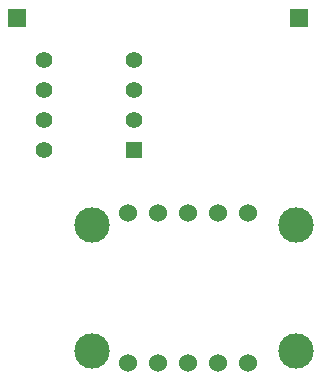
<source format=gbl>
G04 ---------------------------- Layer name :BOTTOM LAYER*
G04 EasyEDA v5.3.14, Mon, 30 Apr 2018 16:42:48 GMT*
G04 Gerber Generator version 0.2*
G04 Scale: 100 percent, Rotated: No, Reflected: No *
G04 Dimensions in inches *
G04 leading zeros omitted , absolute positions ,2 integer and 4 decimal *
%FSLAX24Y24*%
%MOIN*%
G90*
G70D02*

%ADD11C,0.118000*%
%ADD12C,0.060000*%
%ADD13R,0.055000X0.055000*%
%ADD14C,0.055000*%
%ADD15R,0.060000X0.060000*%

%LPD*%
G54D12*
G01X4700Y5500D03*
G01X5700Y5500D03*
G01X6700Y5500D03*
G01X7700Y5500D03*
G01X8700Y5500D03*
G01X8700Y500D03*
G01X7700Y500D03*
G01X6700Y500D03*
G01X5700Y500D03*
G01X4700Y500D03*
G54D13*
G01X4900Y7600D03*
G54D14*
G01X4900Y8600D03*
G01X4900Y9600D03*
G01X4900Y10600D03*
G01X1900Y10600D03*
G01X1900Y9600D03*
G01X1900Y8600D03*
G01X1900Y7600D03*
G54D15*
G01X1000Y12000D03*
G01X10400Y12000D03*
G54D11*
G01X10300Y5100D03*
G01X10300Y900D03*
G01X3500Y5100D03*
G01X3500Y900D03*
M00*
M02*

</source>
